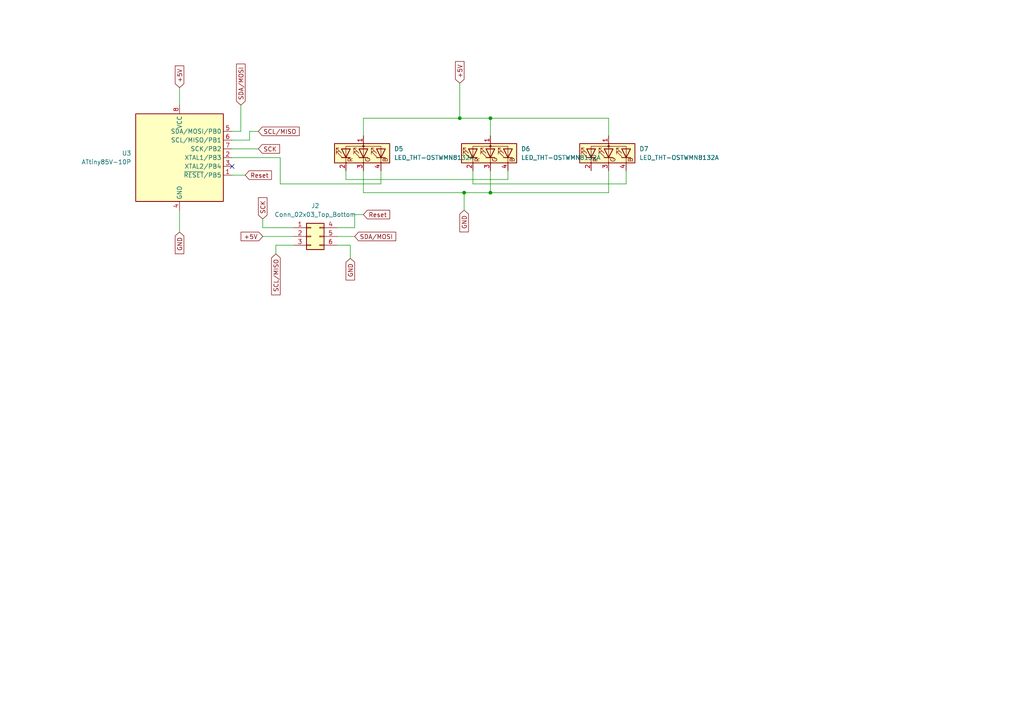
<source format=kicad_sch>
(kicad_sch (version 20250114) (generator "eeschema") (generator_version "9.0")
  (paper "A4")
  (lib_symbols
    (symbol "helclock-lib:ATtiny85V-10P"
      (property "Reference" "U1" (at -13.97 1.2701 0))
      (property "Value" "ATtiny85V-10P" (at -13.97 -1.2699 0))
      (symbol "ATtiny85V-10P_0_1"
        (rectangle (start -12.7 -12.7) (end 12.7 12.7) (stroke (width 0.254)) (fill (type background)))
      )
      (symbol "ATtiny85V-10P_1_1"
        (pin power_in line (at 0 15.24 270) (length 2.54) (name "VCC") (number "8"))
        (pin power_in line (at 0 -15.24 90) (length 2.54) (name "GND") (number "4"))
        (pin bidirectional line (at 15.24 7.62 180) (length 2.54) (name "SDA/MOSI/PB0") (number "5"))
        (pin bidirectional line (at 15.24 5.08 180) (length 2.54) (name "SCL/MISO/PB1") (number "6"))
        (pin bidirectional line (at 15.24 2.54 180) (length 2.54) (name "SCK/PB2") (number "7"))
        (pin bidirectional line (at 15.24 0 180) (length 2.54) (name "XTAL1/PB3") (number "2"))
        (pin bidirectional line (at 15.24 -2.54 180) (length 2.54) (name "XTAL2/PB4") (number "3"))
        (pin bidirectional line (at 15.24 -5.08 180) (length 2.54) (name "~{RESET}/PB5") (number "1"))
      )
    )
    (symbol "helclock-lib:Conn_02x03_Top_Bottom" (pin_names (offset 1.016) (hide yes))
      (property "Reference" "J" (at 1.27 5.08 0))
      (property "Value" "Conn_02x03_Top_Bottom" (at 1.27 -5.08 0))
      (symbol "Conn_02x03_Top_Bottom_1_1"
        (rectangle (start -1.27 3.81) (end 3.81 -3.81) (stroke (width 0.254)) (fill (type background)))
        (rectangle (start -1.27 2.667) (end 0 2.413) (stroke (width 0.1524)))
        (rectangle (start -1.27 0.127) (end 0 -0.127) (stroke (width 0.1524)))
        (rectangle (start -1.27 -2.413) (end 0 -2.667) (stroke (width 0.1524)))
        (rectangle (start 3.81 2.667) (end 2.54 2.413) (stroke (width 0.1524)))
        (rectangle (start 3.81 0.127) (end 2.54 -0.127) (stroke (width 0.1524)))
        (rectangle (start 3.81 -2.413) (end 2.54 -2.667) (stroke (width 0.1524)))
        (pin passive line (at -5.08 2.54 0) (length 3.81) (name "SCK") (number "1"))
        (pin passive line (at -5.08 0 0) (length 3.81) (name "VCC") (number "2"))
        (pin passive line (at -5.08 -2.54 0) (length 3.81) (name "SCL") (number "3"))
        (pin passive line (at 7.62 2.54 180) (length 3.81) (name "Pin_4") (number "4"))
        (pin passive line (at 7.62 0 180) (length 3.81) (name "SDA") (number "5"))
        (pin passive line (at 7.62 -2.54 180) (length 3.81) (name "GND") (number "6"))
      )
    )
    (symbol "helclock-lib:LED_THT-OSTWMN8132A" (pin_names (offset 0) (hide yes))
      (property "Reference" "D" (at 0 9.398 0))
      (property "Value" "LED_THT-OSTWMN8132A" (at 0 -8.89 0))
      (symbol "LED_THT-OSTWMN8132A_0_0"
        (text "R" (at -1.905 3.81 0) (effects (font (size 1.27 1.27))))
        (text "G" (at -1.905 -1.27 0) (effects (font (size 1.27 1.27))))
        (text "B" (at -1.905 -6.35 0) (effects (font (size 1.27 1.27))))
      )
      (symbol "LED_THT-OSTWMN8132A_0_1"
        (rectangle (start -2.794 8.382) (end 2.794 -7.62) (stroke (width 0.254)) (fill (type background)))
        (polyline (pts (xy -1.27 6.35) (xy -1.27 3.81)) (stroke (width 0.254)))
        (polyline (pts (xy -1.27 6.35) (xy -1.27 3.81) (xy -1.27 3.81)))
        (polyline (pts (xy -1.27 5.08) (xy -2.54 5.08)))
        (polyline (pts (xy -1.27 5.08) (xy 1.27 5.08)))
        (polyline (pts (xy -1.27 1.27) (xy -1.27 -1.27)) (stroke (width 0.254)))
        (polyline (pts (xy -1.27 1.27) (xy -1.27 -1.27) (xy -1.27 -1.27)))
        (polyline (pts (xy -1.27 0) (xy -2.54 0)))
        (polyline (pts (xy -1.27 -3.81) (xy -1.27 -6.35)) (stroke (width 0.254)))
        (polyline (pts (xy -1.27 -5.08) (xy -2.54 -5.08)))
        (polyline (pts (xy -1.27 -5.08) (xy 1.27 -5.08)))
        (polyline (pts (xy -1.016 6.35) (xy 0.508 7.874) (xy -0.254 7.874) (xy 0.508 7.874) (xy 0.508 7.112)))
        (polyline (pts (xy -1.016 1.27) (xy 0.508 2.794) (xy -0.254 2.794) (xy 0.508 2.794) (xy 0.508 2.032)))
        (polyline (pts (xy -1.016 -3.81) (xy 0.508 -2.286) (xy -0.254 -2.286) (xy 0.508 -2.286) (xy 0.508 -3.048)))
        (polyline (pts (xy 0 6.35) (xy 1.524 7.874) (xy 0.762 7.874) (xy 1.524 7.874) (xy 1.524 7.112)))
        (polyline (pts (xy 0 1.27) (xy 1.524 2.794) (xy 0.762 2.794) (xy 1.524 2.794) (xy 1.524 2.032)))
        (polyline (pts (xy 0 -3.81) (xy 1.524 -2.286) (xy 0.762 -2.286) (xy 1.524 -2.286) (xy 1.524 -3.048)))
        (polyline (pts (xy 1.27 6.35) (xy 1.27 3.81) (xy -1.27 5.08) (xy 1.27 6.35)) (stroke (width 0.254)))
        (rectangle (start 1.27 6.35) (end 1.27 6.35))
        (rectangle (start 1.27 3.81) (end 1.27 6.35))
        (polyline (pts (xy 1.27 1.27) (xy 1.27 -1.27) (xy -1.27 0) (xy 1.27 1.27)) (stroke (width 0.254)))
        (rectangle (start 1.27 1.27) (end 1.27 1.27))
        (polyline (pts (xy 1.27 0) (xy -1.27 0)))
        (polyline (pts (xy 1.27 0) (xy 2.54 0)))
        (rectangle (start 1.27 -1.27) (end 1.27 1.27))
        (polyline (pts (xy 1.27 -3.81) (xy 1.27 -6.35) (xy -1.27 -5.08) (xy 1.27 -3.81)) (stroke (width 0.254)))
        (polyline (pts (xy 1.27 -5.08) (xy 2.032 -5.08) (xy 2.032 5.08) (xy 1.27 5.08)))
        (circle (center 2.032 0) (radius 0.254) (fill (type outline)))
      )
      (symbol "LED_THT-OSTWMN8132A_1_1"
        (pin output line (at -5.08 5.08 0) (length 2.54) (name "DOUT") (number "2"))
        (pin power_in line (at -5.08 0 0) (length 2.54) (name "VSS") (number "3"))
        (pin input line (at -5.08 -5.08 0) (length 2.54) (name "DIN") (number "4"))
        (pin power_in line (at 5.08 0 180) (length 2.54) (name "VCC") (number "1"))
      )
    )
  )
  (junction (at 133.35 34.29))
  (junction (at 142.24 55.88))
  (junction (at 142.24 34.29))
  (junction (at 134.62 55.88))
  (no_connect (at 67.31 48.26))
  (wire (pts (xy 110.49 53.34) (xy 110.49 49.53)))
  (wire (pts (xy 74.93 38.1) (xy 72.39 38.1)))
  (wire (pts (xy 80.01 73.66) (xy 80.01 71.12)))
  (wire (pts (xy 102.87 62.23) (xy 102.87 66.04)))
  (wire (pts (xy 176.53 55.88) (xy 142.24 55.88)))
  (wire (pts (xy 76.2 63.5) (xy 76.2 66.04)))
  (wire (pts (xy 100.33 49.53) (xy 100.33 52.07)))
  (wire (pts (xy 134.62 55.88) (xy 134.62 60.96)))
  (wire (pts (xy 147.32 52.07) (xy 147.32 49.53)))
  (wire (pts (xy 102.87 66.04) (xy 97.79 66.04)))
  (wire (pts (xy 97.79 68.58) (xy 102.87 68.58)))
  (wire (pts (xy 105.41 49.53) (xy 105.41 55.88)))
  (wire (pts (xy 137.16 53.34) (xy 181.61 53.34)))
  (wire (pts (xy 105.41 39.37) (xy 105.41 34.29)))
  (wire (pts (xy 105.41 34.29) (xy 133.35 34.29)))
  (wire (pts (xy 181.61 53.34) (xy 181.61 49.53)))
  (wire (pts (xy 100.33 52.07) (xy 147.32 52.07)))
  (wire (pts (xy 105.41 55.88) (xy 134.62 55.88)))
  (wire (pts (xy 101.6 71.12) (xy 101.6 74.93)))
  (wire (pts (xy 133.35 34.29) (xy 133.35 24.13)))
  (wire (pts (xy 72.39 38.1) (xy 72.39 40.64)))
  (wire (pts (xy 142.24 34.29) (xy 133.35 34.29)))
  (wire (pts (xy 81.28 53.34) (xy 110.49 53.34)))
  (wire (pts (xy 67.31 43.18) (xy 74.93 43.18)))
  (wire (pts (xy 176.53 34.29) (xy 142.24 34.29)))
  (wire (pts (xy 76.2 68.58) (xy 85.09 68.58)))
  (wire (pts (xy 176.53 39.37) (xy 176.53 34.29)))
  (wire (pts (xy 72.39 40.64) (xy 67.31 40.64)))
  (wire (pts (xy 105.41 62.23) (xy 102.87 62.23)))
  (wire (pts (xy 69.85 38.1) (xy 67.31 38.1)))
  (wire (pts (xy 52.07 25.4) (xy 52.07 30.48)))
  (wire (pts (xy 67.31 45.72) (xy 81.28 45.72)))
  (wire (pts (xy 80.01 71.12) (xy 85.09 71.12)))
  (wire (pts (xy 137.16 49.53) (xy 137.16 53.34)))
  (wire (pts (xy 142.24 39.37) (xy 142.24 34.29)))
  (wire (pts (xy 81.28 45.72) (xy 81.28 53.34)))
  (wire (pts (xy 176.53 49.53) (xy 176.53 55.88)))
  (wire (pts (xy 52.07 60.96) (xy 52.07 67.31)))
  (wire (pts (xy 134.62 55.88) (xy 142.24 55.88)))
  (wire (pts (xy 97.79 71.12) (xy 101.6 71.12)))
  (wire (pts (xy 69.85 30.48) (xy 69.85 38.1)))
  (wire (pts (xy 142.24 49.53) (xy 142.24 55.88)))
  (wire (pts (xy 67.31 50.8) (xy 71.12 50.8)))
  (wire (pts (xy 76.2 66.04) (xy 85.09 66.04)))
  (global_label "SCK" (shape input) (at 74.93 43.18 0) (property "Intersheetrefs" "${INTERSHEET_REFS}" (effects (hide yes))))
  (global_label "+5V" (shape input) (at 52.07 25.4 90) (property "Intersheetrefs" "${INTERSHEET_REFS}" (effects (hide yes))))
  (global_label "SDA{slash}MOSI" (shape input) (at 102.87 68.58 0) (property "Intersheetrefs" "${INTERSHEET_REFS}" (effects (hide yes))))
  (global_label "SCL{slash}MISO" (shape input) (at 80.01 73.66 270) (property "Intersheetrefs" "${INTERSHEET_REFS}" (effects (hide yes))))
  (global_label "GND" (shape input) (at 52.07 67.31 270) (property "Intersheetrefs" "${INTERSHEET_REFS}" (effects (hide yes))))
  (global_label "SCL{slash}MISO" (shape input) (at 74.93 38.1 0) (property "Intersheetrefs" "${INTERSHEET_REFS}" (effects (hide yes))))
  (global_label "Reset" (shape input) (at 105.41 62.23 0) (property "Intersheetrefs" "${INTERSHEET_REFS}" (effects (hide yes))))
  (global_label "GND" (shape input) (at 101.6 74.93 270) (property "Intersheetrefs" "${INTERSHEET_REFS}" (effects (hide yes))))
  (global_label "SCK" (shape input) (at 76.2 63.5 90) (property "Intersheetrefs" "${INTERSHEET_REFS}" (effects (hide yes))))
  (global_label "SDA{slash}MOSI" (shape input) (at 69.85 30.48 90) (property "Intersheetrefs" "${INTERSHEET_REFS}" (effects (hide yes))))
  (global_label "+5V" (shape input) (at 76.2 68.58 180) (property "Intersheetrefs" "${INTERSHEET_REFS}" (effects (hide yes))))
  (global_label "Reset" (shape input) (at 71.12 50.8 0) (property "Intersheetrefs" "${INTERSHEET_REFS}" (effects (hide yes))))
  (global_label "GND" (shape input) (at 134.62 60.96 270) (property "Intersheetrefs" "${INTERSHEET_REFS}" (effects (hide yes))))
  (global_label "+5V" (shape input) (at 133.35 24.13 90) (property "Intersheetrefs" "${INTERSHEET_REFS}" (effects (hide yes))))
  (symbol (lib_id "helclock-lib:Conn_02x03_Top_Bottom") (at 90.17 68.58 0) (unit 1)
    (property "Reference" "J2" (at 91.44 59.69 0))
    (property "Value" "Conn_02x03_Top_Bottom" (at 91.44 62.23 0))
    (property "Footprint" "Connector_IDC:IDC-Header_2x03_P2.54mm_Horizontal" (effects (hide yes)))
    (property "Description" "Generic connector, double row, 02x03, top/bottom pin numbering scheme (row 1: 1...pins_per_row, row2: pins_per_row+1 ... num_pins), script generated (kicad-library-utils/schlib/autogen/connector/)" (effects (hide yes)))
  )
  (symbol (lib_id "helclock-lib:LED_THT-OSTWMN8132A") (at 176.53 44.45 90) (unit 1)
    (property "Reference" "D7" (at 185.42 43.1799 90) (effects (justify right)))
    (property "Value" "LED_THT-OSTWMN8132A" (at 185.42 45.7199 90) (effects (justify right)))
    (property "Footprint" "helclock:LED_D8.0mm-4" (effects (hide yes)))
    (property "Description" "RGB LED, anode/red/green/blue" (effects (hide yes)))
  )
  (symbol (lib_id "helclock-lib:ATtiny85V-10P") (at 52.07 45.72 0) (unit 1)
    (property "Reference" "U3" (at 38.1 44.4499 0) (effects (justify right)))
    (property "Value" "ATtiny85V-10P" (at 38.1 46.9899 0) (effects (justify right)))
    (property "Footprint" "Package_DIP:DIP-8_W7.62mm_LongPads" (effects (hide yes)))
    (property "Datasheet" "http://ww1.microchip.com/downloads/en/DeviceDoc/atmel-2586-avr-8-bit-microcontroller-attiny25-attiny45-attiny85_datasheet.pdf" (effects (hide yes)))
    (property "Description" "10MHz, 8kB Flash, 512B SRAM, 512B EEPROM, debugWIRE, DIP-8" (effects (hide yes)))
  )
  (symbol (lib_id "helclock-lib:LED_THT-OSTWMN8132A") (at 105.41 44.45 90) (unit 1)
    (property "Reference" "D5" (at 114.3 43.1799 90) (effects (justify right)))
    (property "Value" "LED_THT-OSTWMN8132A" (at 114.3 45.7199 90) (effects (justify right)))
    (property "Footprint" "helclock:LED_D8.0mm-4" (effects (hide yes)))
    (property "Description" "RGB LED, anode/red/green/blue" (effects (hide yes)))
  )
  (symbol (lib_id "helclock-lib:LED_THT-OSTWMN8132A") (at 142.24 44.45 90) (unit 1)
    (property "Reference" "D6" (at 151.13 43.1799 90) (effects (justify right)))
    (property "Value" "LED_THT-OSTWMN8132A" (at 151.13 45.7199 90) (effects (justify right)))
    (property "Footprint" "helclock:LED_D8.0mm-4" (effects (hide yes)))
    (property "Description" "RGB LED, anode/red/green/blue" (effects (hide yes)))
  )
)
</source>
